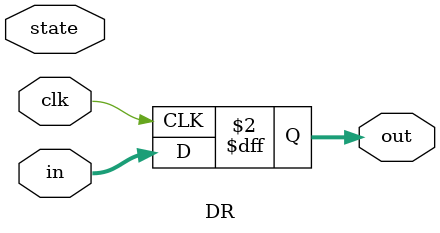
<source format=v>
`timescale 1ns / 1ps


module DR(
    input[2:0] state,
    input clk,
    input [31:0] in,
    output reg [31:0] out
    );
    
    always @(posedge clk) begin
        out = in;
    end
    
endmodule



</source>
